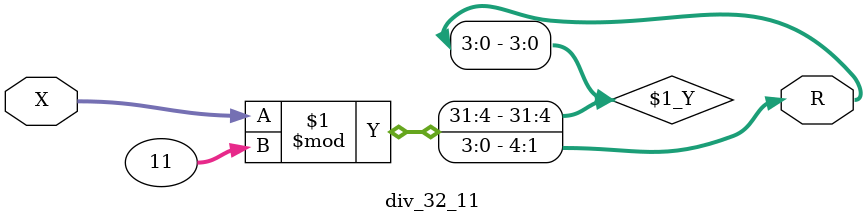
<source format=v>
module div_32_11 ( X, R);// R);


input  [32:1] X;
//output [29:1] Q; 
output [4:1] R;

//assign Q = X / 11;

assign R = X % 11;


endmodule

</source>
